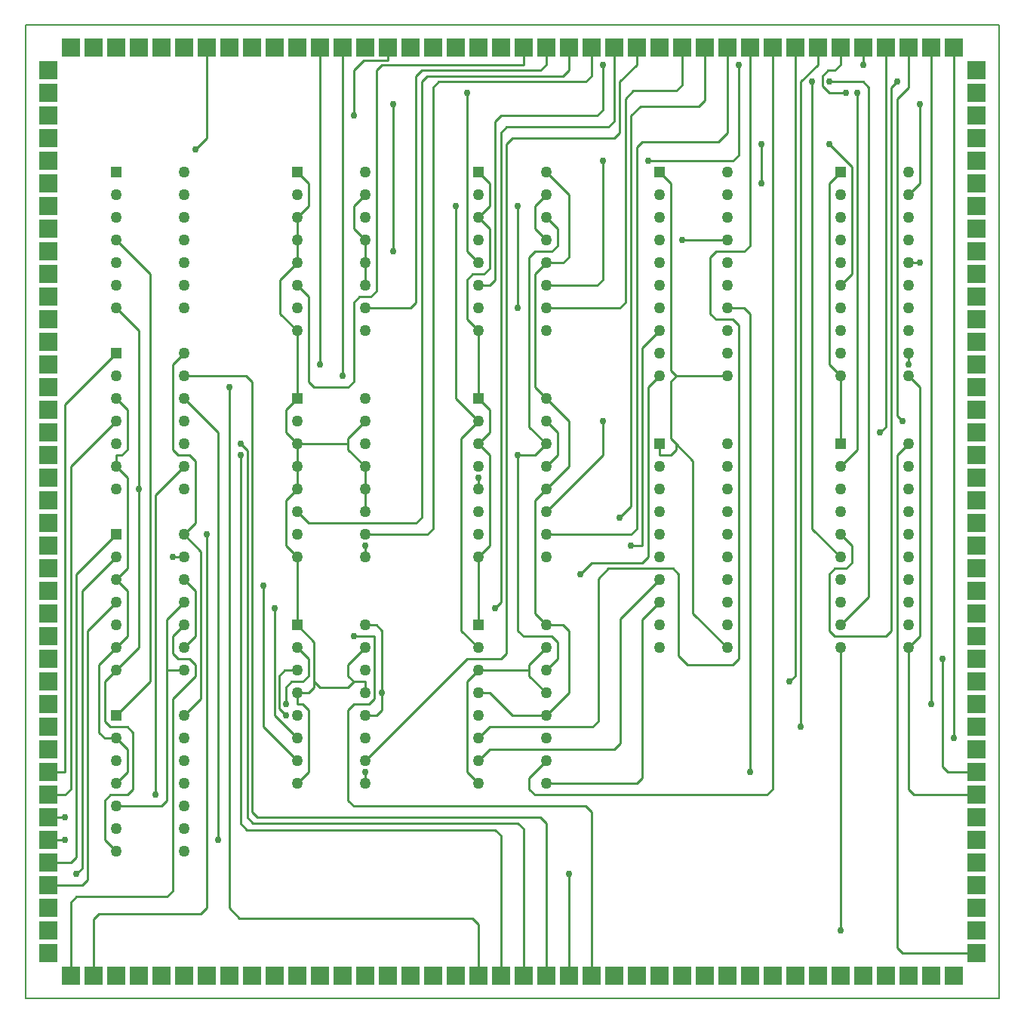
<source format=gbr>
G04 PROTEUS GERBER X2 FILE*
%TF.GenerationSoftware,Labcenter,Proteus,8.13-SP0-Build31525*%
%TF.CreationDate,2022-07-18T15:56:52+00:00*%
%TF.FileFunction,Copper,L2,Bot*%
%TF.FilePolarity,Positive*%
%TF.Part,Single*%
%TF.SameCoordinates,{834004b6-de26-4565-9fcf-6b40b17824ff}*%
%FSLAX45Y45*%
%MOMM*%
G01*
%TA.AperFunction,Conductor*%
%ADD10C,0.254000*%
%TA.AperFunction,ViaPad*%
%ADD11C,0.762000*%
%TA.AperFunction,ComponentPad*%
%ADD12R,2.032000X2.032000*%
%TA.AperFunction,ComponentPad*%
%ADD13R,1.270000X1.270000*%
%ADD14C,1.270000*%
%TA.AperFunction,Profile*%
%ADD15C,0.203200*%
%TD.AperFunction*%
D10*
X-4445000Y-1016000D02*
X-4318000Y-1143000D01*
X-4318000Y-1651000D01*
X-4445000Y-1778000D01*
X-4635500Y-1968500D01*
X-4635500Y-2730500D01*
X-4572000Y-2794000D01*
X-4445000Y-2794000D01*
X-4445000Y+1016000D02*
X-4318000Y+889000D01*
X-4318000Y+444500D01*
X-4381500Y+381000D01*
X-4445000Y+381000D01*
X-4445000Y+254000D01*
X-4445000Y-2794000D02*
X-4318000Y-2921000D01*
X-4318000Y-3175000D01*
X-4445000Y-3302000D01*
X-4445000Y+254000D02*
X-4318000Y+127000D01*
X-4318000Y-889000D01*
X-4445000Y-1016000D01*
X-4445000Y+2794000D02*
X-4064000Y+2413000D01*
X-4064000Y-2159000D01*
X-4445000Y-2540000D01*
X-3873500Y-2032000D02*
X-3873500Y-3492500D01*
X-3937000Y-3556000D01*
X-4445000Y-3556000D01*
X-3873500Y-2032000D02*
X-3873500Y-1460500D01*
X-3683000Y-1270000D01*
X-3873500Y-2032000D02*
X-3683000Y-2032000D01*
X+2794000Y+3429000D02*
X+2794000Y+3873500D01*
X+3365500Y+4572000D02*
X+3365500Y-444500D01*
X+3683000Y-762000D01*
X+3556000Y+4572000D02*
X+3937000Y+4572000D01*
X+4000500Y+4508500D01*
X+4000500Y-1206500D01*
X+3683000Y-1524000D01*
X+3556000Y+3873500D02*
X+3810000Y+3619500D01*
X+3810000Y+2413000D01*
X+3683000Y+2286000D01*
X-2159000Y+1397000D02*
X-2159000Y+4953000D01*
X-1905000Y+1270000D02*
X-1905000Y+4953000D01*
X+4445000Y+1397000D02*
X+4445000Y+1524000D01*
X-1778000Y+4191000D02*
X-1778000Y+4699000D01*
X-1663700Y+4813300D01*
X-1397000Y+4813300D01*
X-1397000Y+4953000D01*
X+4572000Y+2540000D02*
X+4445000Y+2540000D01*
X+4572000Y+4318000D02*
X+4572000Y+3429001D01*
X+4445000Y+3302000D01*
X+4445000Y+3302001D01*
X+3873500Y+4445000D02*
X+3873500Y+444500D01*
X+3683000Y+254000D01*
X+4318000Y+4572000D02*
X+4254500Y+4508500D01*
X+4254500Y-1587500D01*
X+4191000Y-1651000D01*
X+3619500Y-1651000D01*
X+3556000Y-1587500D01*
X+3556000Y-952500D01*
X+3619500Y-889000D01*
X+3746500Y-889000D01*
X+3810000Y-825500D01*
X+3810000Y-635000D01*
X+3683000Y-508000D01*
X-381000Y-3048000D02*
X-254000Y-2921000D01*
X+1143000Y-2921000D01*
X+1212640Y-2851360D01*
X+1212640Y-1454360D01*
X+1651000Y-1016000D01*
X+381000Y-3302000D02*
X+1397000Y-3302000D01*
X+1460500Y-3238500D01*
X+1460500Y-1460500D01*
X+1651000Y-1270000D01*
X+1333500Y-635000D02*
X+1460500Y-635000D01*
X+1460500Y+1587500D01*
X+1651000Y+1778000D01*
X-1651000Y-635000D02*
X-1651000Y-762000D01*
X-2794000Y-1079500D02*
X-2794000Y-2667000D01*
X-2413000Y-3048000D01*
X+2667000Y-3175000D02*
X+2667000Y+1968500D01*
X+2603500Y+2032000D01*
X+2413000Y+2032000D01*
X-1651000Y-3175000D02*
X-1651000Y-3302000D01*
X+63500Y+3175000D02*
X+63500Y+2032000D01*
X+1905000Y+2794000D02*
X+2413000Y+2794000D01*
X+127000Y+4953000D02*
X+127000Y+4762500D01*
X-1460500Y+4762500D01*
X-1524000Y+4699000D01*
X-1524000Y+2222500D01*
X-1587500Y+2159000D01*
X-1714500Y+2159000D01*
X-1778000Y+2095500D01*
X-1778000Y+1206500D01*
X-1841500Y+1143000D01*
X-2222500Y+1143000D01*
X-2286000Y+1206500D01*
X-2286000Y+2159000D01*
X-2413000Y+2286000D01*
X+2667000Y+4953000D02*
X+2667000Y+2730500D01*
X+2603500Y+2667000D01*
X+2286000Y+2667000D01*
X+2222500Y+2603500D01*
X+2222500Y+1968500D01*
X+2286000Y+1905000D01*
X+2476500Y+1905000D01*
X+2540000Y+1841500D01*
X+2540000Y-1905000D01*
X+2476500Y-1968500D01*
X+1968500Y-1968500D01*
X+1867912Y-1867912D01*
X+1867912Y-952500D01*
X+1804412Y-889000D01*
X+1079500Y-889000D01*
X+965544Y-1002956D01*
X+965544Y-2603500D01*
X+902044Y-2667000D01*
X-254000Y-2667000D01*
X-381000Y-2794000D01*
X+2921000Y+4953000D02*
X+2921000Y-3365500D01*
X+2857500Y-3429000D01*
X+254000Y-3429000D01*
X+190500Y-3365500D01*
X+190500Y-3238500D01*
X+381000Y-3048000D01*
X+381000Y+4953000D02*
X+381000Y+4762500D01*
X+317500Y+4699000D01*
X-1016000Y+4699000D01*
X-1079500Y+4635500D01*
X-1079500Y+2095500D01*
X-1143000Y+2032000D01*
X-1651000Y+2032000D01*
X+635000Y+4953000D02*
X+635000Y+4699000D01*
X+571500Y+4635500D01*
X-952500Y+4635500D01*
X-1016000Y+4572000D01*
X-1016000Y-317500D01*
X-1079500Y-381000D01*
X-2286000Y-381000D01*
X-2413000Y-254000D01*
X-1651000Y-508000D02*
X-952500Y-508000D01*
X-889000Y-444500D01*
X-889000Y+4508500D01*
X-825500Y+4572000D01*
X+825500Y+4572000D01*
X+889000Y+4635500D01*
X+889000Y+4953000D01*
X-190500Y-1333500D02*
X-127000Y-1270000D01*
X-127000Y+4000500D01*
X-63500Y+4064000D01*
X+1079500Y+4064000D01*
X+1143000Y+4127500D01*
X+1143000Y+4953000D01*
X-2667000Y-1333500D02*
X-2667000Y-2540000D01*
X-2413000Y-2794000D01*
X-1651000Y-3048000D02*
X-508000Y-1905000D01*
X-127000Y-1905000D01*
X-63500Y-1841500D01*
X-63500Y+3873500D01*
X+0Y+3937000D01*
X+1143000Y+3937000D01*
X+1206500Y+4000500D01*
X+1206500Y+4572000D01*
X+1397000Y+4762500D01*
X+1397000Y+4953000D01*
X+1016000Y+4762500D02*
X+1016000Y+4254500D01*
X+952500Y+4191000D01*
X-127000Y+4191000D01*
X-190500Y+4127500D01*
X-190500Y+2349500D01*
X-254000Y+2286000D01*
X-381000Y+2286000D01*
X+381000Y+2032000D02*
X+1206500Y+2032000D01*
X+1270000Y+2095500D01*
X+1270000Y+4381500D01*
X+1362682Y+4474182D01*
X+1841500Y+4474182D01*
X+1905000Y+4537682D01*
X+1905000Y+4953000D01*
X+1206500Y-317500D02*
X+1333500Y-190500D01*
X+1333500Y+4191000D01*
X+1440560Y+4298060D01*
X+2095500Y+4298060D01*
X+2159000Y+4361560D01*
X+2159000Y+4953000D01*
X+2413000Y+4953000D02*
X+2413000Y+4000500D01*
X+2311317Y+3898817D01*
X+1460500Y+3898817D01*
X+1397000Y+3835317D01*
X+1397000Y-444500D01*
X+1333500Y-508000D01*
X+381000Y-508000D01*
X-3683000Y-1524000D02*
X-3810000Y-1651000D01*
X-3810000Y-1841500D01*
X-3746500Y-1905000D01*
X-3619500Y-1905000D01*
X-3556000Y-1968500D01*
X-3556000Y-2095500D01*
X-3810000Y-2349500D01*
X-3810000Y-4508500D01*
X-3873500Y-4572000D01*
X-4889500Y-4572000D01*
X-4953000Y-4635500D01*
X-4953000Y-5461000D01*
X-3429000Y-508000D02*
X-3429000Y-4699000D01*
X-3492500Y-4762500D01*
X-4635500Y-4762500D01*
X-4699000Y-4826000D01*
X-4699000Y-5461000D01*
X-3810000Y-762000D02*
X-3809999Y-761999D01*
X-3683000Y-762000D01*
X-3683000Y-761999D01*
X-3175000Y+1143000D02*
X-3175000Y-4699000D01*
X-3057354Y-4816646D01*
X-444500Y-4816646D01*
X-381000Y-4880146D01*
X-381000Y-5461000D01*
X-3048000Y+381000D02*
X-3048000Y-3746500D01*
X-2974315Y-3820185D01*
X-190500Y-3820185D01*
X-127000Y-3883685D01*
X-127000Y-5461000D01*
X-3048000Y+508000D02*
X-2971800Y+431800D01*
X-2971800Y-3683000D01*
X-2908300Y-3746500D01*
X+63500Y-3746500D01*
X+127000Y-3810000D01*
X+127000Y-5461000D01*
X+381000Y-5461000D02*
X+381000Y-3746500D01*
X+317500Y-3683000D01*
X-2857500Y-3683000D01*
X-2921000Y-3619500D01*
X-2921000Y+1206500D01*
X-2984501Y+1270001D01*
X-3683000Y+1270000D01*
X-3683000Y+1270001D01*
X-4889500Y-4318000D02*
X-4826000Y-4254500D01*
X-4826000Y-1143000D01*
X-4445000Y-762000D01*
X+635000Y-4318000D02*
X+635000Y-5461000D01*
X-1778000Y-1651000D02*
X-1543050Y-1651000D01*
X-1543050Y-2349500D01*
X-1606550Y-2413000D01*
X-1778000Y-2413000D01*
X-1841500Y-2476500D01*
X-1841500Y-3492500D01*
X-1778000Y-3556000D01*
X+825500Y-3556000D01*
X+889000Y-3619500D01*
X+889000Y-5461000D01*
X+3111500Y-2159000D02*
X+3175000Y-2095500D01*
X+3175000Y+4953000D01*
X+3238500Y-2667000D02*
X+3238500Y+4572000D01*
X+3429000Y+4762500D01*
X+3429000Y+4953000D01*
X-508000Y+4445000D02*
X-508000Y+2667000D01*
X-381000Y+2540000D01*
X+3746500Y+4445000D02*
X+3556000Y+4445000D01*
X+3479800Y+4521200D01*
X+3479800Y+4635500D01*
X+3543300Y+4699000D01*
X+3619500Y+4699000D01*
X+3683000Y+4762500D01*
X+3683000Y+4953000D01*
X+1016000Y+3683000D02*
X+1016000Y+2349500D01*
X+952500Y+2286000D01*
X+381000Y+2286000D01*
X+2540000Y+4762500D02*
X+2540000Y+3746500D01*
X+2476500Y+3683000D01*
X+1524000Y+3683000D01*
X+3937000Y+4762500D02*
X+3937000Y+4953000D01*
X+4127500Y+635000D02*
X+4191000Y+698500D01*
X+4191000Y+4953000D01*
X-381000Y+127000D02*
X-381000Y+0D01*
X+1016000Y+762000D02*
X+1016000Y+381000D01*
X+381000Y-254000D01*
X+4381500Y+762000D02*
X+4318000Y+825500D01*
X+4318000Y+4381500D01*
X+4445000Y+4508500D01*
X+4445000Y+4953000D01*
X+4699000Y-2413000D02*
X+4699000Y+4953000D01*
X+4953000Y-2794000D02*
X+4953000Y+4953000D01*
X-5207000Y-3429000D02*
X-5016500Y-3429000D01*
X-4953000Y-3365500D01*
X-4953000Y+254000D01*
X-4445000Y+762000D01*
X-5207000Y-3175000D02*
X-5016500Y-3175000D01*
X-5016500Y+952500D01*
X-4445000Y+1524000D01*
X-5207000Y-4445000D02*
X-4826000Y-4445000D01*
X-4762500Y-4381500D01*
X-4762500Y-1587500D01*
X-4445000Y-1270000D01*
X-5207000Y-4191000D02*
X-4953000Y-4191000D01*
X-4889500Y-4127500D01*
X-4889500Y-952500D01*
X-4445000Y-508000D01*
X-3302000Y-3937000D02*
X-3302000Y+635001D01*
X-3683000Y+1016000D01*
X-3683000Y+1016001D01*
X-5016500Y-3937000D02*
X-5016501Y-3937001D01*
X-5206999Y-3937001D01*
X-5207000Y-3937000D01*
X-4000500Y-3429000D02*
X-4000500Y-63500D01*
X-3683000Y+254000D01*
X-5016500Y-3683000D02*
X-5207000Y-3683000D01*
X-3683000Y-1778000D02*
X-3556000Y-1651000D01*
X-3556000Y-1142999D01*
X-3683000Y-1016000D01*
X-3683000Y-1015999D01*
X+1651000Y+1270000D02*
X+1524000Y+1143000D01*
X+1524000Y-762000D01*
X+1460500Y-825500D01*
X+889000Y-825500D01*
X+762000Y-952500D01*
X-4445000Y-2032000D02*
X-4191000Y-1778000D01*
X-4191000Y+0D01*
X-4191000Y+1778000D01*
X-4445000Y+2032000D01*
X-381000Y+3048000D02*
X-254000Y+2921000D01*
X-254000Y+2476500D01*
X-317500Y+2413000D01*
X-444500Y+2413000D01*
X-508000Y+2349500D01*
X-508000Y+1905000D01*
X-381000Y+1778000D01*
X-2413000Y-2286000D02*
X-2413000Y-2413000D01*
X-2349500Y-2413000D01*
X-2286000Y-2476500D01*
X-2286000Y-3175000D01*
X-2413000Y-3302000D01*
X-1651000Y-1777999D02*
X-1651000Y-1778000D01*
X-1841500Y-1968499D01*
X-1841500Y-2095500D01*
X-1778000Y-2159000D01*
X-381000Y+1016000D02*
X-254000Y+889000D01*
X-254000Y+635000D01*
X-381000Y+508000D01*
X-381000Y+3556000D02*
X-254000Y+3429000D01*
X-254000Y+3175000D01*
X-381000Y+3048000D01*
X-1841500Y+508000D02*
X-1841500Y+571501D01*
X-1651000Y+762000D01*
X-1651000Y+762001D01*
X+381000Y-1777999D02*
X+381000Y-1778000D01*
X+190500Y-1968499D01*
X+190500Y-2032000D01*
X-1651000Y+254000D02*
X-1841500Y+444500D01*
X-1841500Y+508000D01*
X+190500Y-2032000D02*
X+190500Y-2095500D01*
X+381000Y-2286000D01*
X-1778000Y-2159000D02*
X-1651000Y-2159000D01*
X-1651000Y-2286000D01*
X-1778000Y-2159000D02*
X-1841500Y-2222500D01*
X-2159000Y-2222500D01*
X-2222500Y-2159000D01*
X-2286000Y-2286000D02*
X-2222500Y-2222500D01*
X-2222500Y-2159000D01*
X+3683000Y+1270000D02*
X+3556000Y+1397000D01*
X+3556000Y+3429000D01*
X+3683000Y+3556000D01*
X-4445000Y-2032000D02*
X-4572000Y-2159000D01*
X-4572000Y-2603500D01*
X-4508500Y-2667000D01*
X-4318000Y-2667000D01*
X-4254500Y-2730500D01*
X-4254500Y-3365500D01*
X-4318000Y-3429000D01*
X-4508500Y-3429000D01*
X-4572000Y-3492500D01*
X-4572000Y-3937000D01*
X-4445000Y-4064000D01*
X-381000Y-2032000D02*
X-508000Y-2159000D01*
X-508000Y-3175000D01*
X-381000Y-3302000D01*
X+3683000Y-1778000D02*
X+3683000Y-4953000D01*
X-2413000Y+0D02*
X-2540000Y-127000D01*
X-2540000Y-635000D01*
X-2413000Y-762000D01*
X-2413000Y-1524000D01*
X-381000Y-762000D02*
X-381000Y-1524000D01*
X-2413000Y+1778000D02*
X-2413000Y+1016000D01*
X+3683000Y+1270000D02*
X+3683000Y+508000D01*
X-381000Y+1778000D02*
X-381000Y+1016000D01*
X-2413000Y+2540000D02*
X-2603500Y+2349500D01*
X-2603500Y+1968500D01*
X-2413000Y+1778000D01*
X-2413000Y+508000D02*
X-1841500Y+508000D01*
X-381000Y-2032000D02*
X+190500Y-2032000D01*
X+381000Y+762001D02*
X+381000Y+762000D01*
X+508000Y+635001D01*
X+508000Y+381000D01*
X+381000Y+254000D01*
X+381000Y+3302001D02*
X+381000Y+3302000D01*
X+254000Y+3175001D01*
X+254000Y+2921000D01*
X+381000Y+2794000D01*
X-1651000Y+2794000D02*
X-1778000Y+2921000D01*
X-1778000Y+3175001D01*
X-1651000Y+3302000D01*
X-1651000Y+3302001D01*
X-2413000Y+1016000D02*
X-2540000Y+889000D01*
X-2540000Y+635000D01*
X-2413000Y+508000D01*
X-2413000Y+3048000D02*
X-2286000Y+3175000D01*
X-2286000Y+3429000D01*
X-2413000Y+3556000D01*
X-2413000Y-1524000D02*
X-2222500Y-1714500D01*
X-2222500Y-2159000D01*
X-1651000Y+2540000D02*
X-1651000Y+2794000D01*
X-1651000Y+2540000D02*
X-1651000Y+2286000D01*
X-2413000Y+508000D02*
X-2413000Y+254000D01*
X-2413000Y+0D01*
X-1651000Y+0D02*
X-1651000Y-254000D01*
X-2413000Y+2794000D02*
X-2413000Y+2540000D01*
X-2413000Y+3048000D02*
X-2413000Y+2794000D01*
X-1651000Y+0D02*
X-1651000Y+254000D01*
X-381000Y+508000D02*
X-254000Y+381000D01*
X-254000Y-635000D01*
X-381000Y-762000D01*
X-2413000Y-2286000D02*
X-2286000Y-2286000D01*
X+1841500Y+508000D02*
X+2030828Y+318672D01*
X+2030828Y-1395828D01*
X+2413000Y-1778000D01*
X+1651000Y+3556000D02*
X+1778000Y+3429000D01*
X+1778000Y+1333500D01*
X+1841500Y+1270000D01*
X-3556000Y+3810000D02*
X-3429000Y+3937000D01*
X-3429000Y+4953000D01*
X+1841500Y+1270000D02*
X+1778000Y+1206500D01*
X+1778000Y+571500D01*
X+1841500Y+508000D01*
X+1841500Y+1270000D02*
X+2413000Y+1270000D01*
X+1841500Y+508000D02*
X+1841500Y+444500D01*
X+1778000Y+381000D01*
X+1651000Y+381000D01*
X+1651000Y+508000D01*
X-1333500Y+2667000D02*
X-1333500Y+4318000D01*
X+4445000Y-1778000D02*
X+4445000Y-3365500D01*
X+4508500Y-3429000D01*
X+5207000Y-3429000D01*
X+4445000Y+1270000D02*
X+4572000Y+1143000D01*
X+4572000Y-1651000D01*
X+4445000Y-1778000D01*
X+381000Y-2031999D02*
X+381000Y-2032000D01*
X+508000Y-1904999D01*
X+508000Y-1714500D01*
X+444500Y-1651000D01*
X+127000Y-1651000D01*
X+63500Y-1587500D01*
X+63500Y+381000D01*
X+381000Y+508000D02*
X+253999Y+381000D01*
X+63500Y+381000D01*
X+381000Y+3048001D02*
X+381000Y+3048000D01*
X+508000Y+2921001D01*
X+508000Y+2730500D01*
X+444500Y+2667000D01*
X+254000Y+2667000D01*
X+190500Y+2603500D01*
X+190500Y+698501D01*
X+381000Y+508000D01*
X+381000Y+508001D01*
X-381000Y+762000D02*
X-635000Y+1016000D01*
X-635000Y+3175000D01*
X+4826000Y-1905000D02*
X+4826000Y-3111500D01*
X+4889500Y-3175000D01*
X+5207000Y-3175000D01*
X-381000Y+762000D02*
X-571500Y+571500D01*
X-571500Y-1587500D01*
X-381000Y-1778000D01*
X-2413000Y-1778000D02*
X-2286000Y-1905000D01*
X-2286000Y-2095500D01*
X-2349500Y-2159000D01*
X-2476500Y-2159000D01*
X-2540000Y-2222500D01*
X-2540000Y-2413000D01*
X+4445000Y+508000D02*
X+4318000Y+381000D01*
X+4318000Y-5143500D01*
X+4381500Y-5207000D01*
X+5207000Y-5207000D01*
X-381000Y-2286000D02*
X-254000Y-2286000D01*
X+0Y-2540000D01*
X+381000Y-2540000D01*
X-1460500Y-2286000D02*
X-1460500Y-1587500D01*
X-1524000Y-1524000D01*
X-1651000Y-1524000D01*
X-2540000Y-2540000D02*
X-2616200Y-2463800D01*
X-2616200Y-2095500D01*
X-2552700Y-2032000D01*
X-2413000Y-2032000D01*
X-1651000Y-2540000D02*
X-1524000Y-2540000D01*
X-1460500Y-2476500D01*
X-1460500Y-2286000D01*
X-3683000Y-508000D02*
X-3556000Y-381000D01*
X-3556000Y+317500D01*
X-3619500Y+381000D01*
X-3746500Y+381000D01*
X-3810000Y+444500D01*
X-3810000Y+1397000D01*
X-3683000Y+1524000D01*
X-3683000Y-508000D02*
X-3492500Y-698500D01*
X-3492500Y-2349500D01*
X-3683000Y-2540000D01*
X+381000Y+0D02*
X+254000Y-127000D01*
X+254000Y-1397000D01*
X+381000Y-1524000D01*
X+381000Y+2540000D02*
X+254000Y+2413000D01*
X+254000Y+1143000D01*
X+381000Y+1016000D01*
X+381000Y+2540000D02*
X+571500Y+2540000D01*
X+635000Y+2603500D01*
X+635000Y+3302000D01*
X+381000Y+3556000D01*
X+381000Y-2540000D02*
X+635000Y-2286000D01*
X+635000Y-1587500D01*
X+571500Y-1524000D01*
X+381000Y-1524000D01*
X+381000Y+0D02*
X+635000Y+254000D01*
X+635000Y+762000D01*
X+381000Y+1016000D01*
D11*
X+2794000Y+3873500D03*
X+2794000Y+3429000D03*
X+3365500Y+4572000D03*
X+3556000Y+4572000D03*
X+3556000Y+3873500D03*
X-2159000Y+1397000D03*
X-1905000Y+1270000D03*
X+4445000Y+1397000D03*
X-1778000Y+4191000D03*
X+4572000Y+2540000D03*
X+4572000Y+4318000D03*
X+3873500Y+4445000D03*
X+4318000Y+4572000D03*
X+1333500Y-635000D03*
X-1651000Y-635000D03*
X-2794000Y-1079500D03*
X+2667000Y-3175000D03*
X-1651000Y-3175000D03*
X+63500Y+2032000D03*
X+63500Y+3175000D03*
X+1905000Y+2794000D03*
X-190500Y-1333500D03*
X-2667000Y-1333500D03*
X+1016000Y+4762500D03*
X+1206500Y-317500D03*
X-3429000Y-508000D03*
X-3810000Y-762000D03*
X-3175000Y+1143000D03*
X-3048000Y+381000D03*
X-3048000Y+508000D03*
X-4889500Y-4318000D03*
X+635000Y-4318000D03*
X-1778000Y-1651000D03*
X+3111500Y-2159000D03*
X+3238500Y-2667000D03*
X-508000Y+4445000D03*
X+3746500Y+4445000D03*
X+1016000Y+3683000D03*
X+1524000Y+3683000D03*
X+2540000Y+4762500D03*
X+3937000Y+4762500D03*
X+4127500Y+635000D03*
X-381000Y+127000D03*
X+1016000Y+762000D03*
X+4381500Y+762000D03*
X+4699000Y-2413000D03*
X+4953000Y-2794000D03*
X-3302000Y-3937000D03*
X-5016500Y-3937000D03*
X-4000500Y-3429000D03*
X-5016500Y-3683000D03*
X+3683000Y-4953000D03*
X+762000Y-952500D03*
X-4191000Y+0D03*
X-3556000Y+3810000D03*
X-1333500Y+4318000D03*
X-1333500Y+2667000D03*
X+63500Y+381000D03*
X+4826000Y-1905000D03*
X-2540000Y-2413000D03*
X-635000Y+3175000D03*
X-2540000Y-2540000D03*
X-1460500Y-2286000D03*
D12*
X-2921000Y+4953000D03*
X-2667000Y+4953000D03*
X-2413000Y+4953000D03*
X-2159000Y+4953000D03*
X-1905000Y+4953000D03*
X-1651000Y+4953000D03*
X-1397000Y+4953000D03*
X-1143000Y+4953000D03*
X-889000Y+4953000D03*
X-635000Y+4953000D03*
X-381000Y+4953000D03*
X-127000Y+4953000D03*
X+127000Y+4953000D03*
X+381000Y+4953000D03*
X+635000Y+4953000D03*
X+889000Y+4953000D03*
X+1143000Y+4953000D03*
X+1397000Y+4953000D03*
X+1651000Y+4953000D03*
X+1905000Y+4953000D03*
X+2159000Y+4953000D03*
X+2413000Y+4953000D03*
X+2667000Y+4953000D03*
X+2921000Y+4953000D03*
X+3175000Y+4953000D03*
X+3429000Y+4953000D03*
X+3683000Y+4953000D03*
X+3937000Y+4953000D03*
X+4191000Y+4953000D03*
X+4445000Y+4953000D03*
X+4699000Y+4953000D03*
X+4953000Y+4953000D03*
X-4953000Y+4953000D03*
X-4699000Y+4953000D03*
X-4445000Y+4953000D03*
X-4191000Y+4953000D03*
X-3937000Y+4953000D03*
X-3683000Y+4953000D03*
X-3429000Y+4953000D03*
X-3175000Y+4953000D03*
X-4953000Y-5461000D03*
X-4699000Y-5461000D03*
X-4445000Y-5461000D03*
X-4191000Y-5461000D03*
X-3937000Y-5461000D03*
X-3683000Y-5461000D03*
X-3429000Y-5461000D03*
X-3175000Y-5461000D03*
X-2921000Y-5461000D03*
X-2667000Y-5461000D03*
X-2413000Y-5461000D03*
X-2159000Y-5461000D03*
X-1905000Y-5461000D03*
X-1651000Y-5461000D03*
X-1397000Y-5461000D03*
X-1143000Y-5461000D03*
X-889000Y-5461000D03*
X-635000Y-5461000D03*
X-381000Y-5461000D03*
X-127000Y-5461000D03*
X+127000Y-5461000D03*
X+381000Y-5461000D03*
X+635000Y-5461000D03*
X+889000Y-5461000D03*
X+1143000Y-5461000D03*
X+1397000Y-5461000D03*
X+1651000Y-5461000D03*
X+1905000Y-5461000D03*
X+2159000Y-5461000D03*
X+2413000Y-5461000D03*
X+2667000Y-5461000D03*
X+2921000Y-5461000D03*
X+3175000Y-5461000D03*
X+3429000Y-5461000D03*
X+3683000Y-5461000D03*
X+3937000Y-5461000D03*
X+4191000Y-5461000D03*
X+4445000Y-5461000D03*
X+4699000Y-5461000D03*
X+4953000Y-5461000D03*
X-5207000Y+4699000D03*
X-5207000Y+4445000D03*
X-5207000Y+4191000D03*
X-5207000Y+3937000D03*
X-5207000Y+3683000D03*
X-5207000Y+3429000D03*
X-5207000Y+3175000D03*
X-5207000Y+2921000D03*
X-5207000Y+2667000D03*
X-5207000Y+2413000D03*
X-5207000Y+2159000D03*
X-5207000Y+1905000D03*
X-5207000Y+1651000D03*
X-5207000Y+1397000D03*
X-5207000Y+1143000D03*
X-5207000Y+889000D03*
X-5207000Y+635000D03*
X-5207000Y+381000D03*
X-5207000Y+127000D03*
X-5207000Y-127000D03*
X-5207000Y-381000D03*
X-5207000Y-635000D03*
X-5207000Y-889000D03*
X-5207000Y-1143000D03*
X-5207000Y-1397000D03*
X-5207000Y-1651000D03*
X-5207000Y-1905000D03*
X-5207000Y-2159000D03*
X-5207000Y-2413000D03*
X-5207000Y-2667000D03*
X-5207000Y-2921000D03*
X-5207000Y-3175000D03*
X-5207000Y-3429000D03*
X-5207000Y-3683000D03*
X-5207000Y-3937000D03*
X-5207000Y-4191000D03*
X-5207000Y-4445000D03*
X-5207000Y-4699000D03*
X-5207000Y-4953000D03*
X-5207000Y-5207000D03*
X+5207000Y+4699000D03*
X+5207000Y+4445000D03*
X+5207000Y+4191000D03*
X+5207000Y+3937000D03*
X+5207000Y+3683000D03*
X+5207000Y+3429000D03*
X+5207000Y+3175000D03*
X+5207000Y+2921000D03*
X+5207000Y+2667000D03*
X+5207000Y+2413000D03*
X+5207000Y+2159000D03*
X+5207000Y+1905000D03*
X+5207000Y+1651000D03*
X+5207000Y+1397000D03*
X+5207000Y+1143000D03*
X+5207000Y+889000D03*
X+5207000Y+635000D03*
X+5207000Y+381000D03*
X+5207000Y+127000D03*
X+5207000Y-127000D03*
X+5207000Y-381000D03*
X+5207000Y-635000D03*
X+5207000Y-889000D03*
X+5207000Y-1143000D03*
X+5207000Y-1397000D03*
X+5207000Y-1651000D03*
X+5207000Y-1905000D03*
X+5207000Y-2159000D03*
X+5207000Y-2413000D03*
X+5207000Y-2667000D03*
X+5207000Y-2921000D03*
X+5207000Y-3175000D03*
X+5207000Y-3429000D03*
X+5207000Y-3683000D03*
X+5207000Y-3937000D03*
X+5207000Y-4191000D03*
X+5207000Y-4445000D03*
X+5207000Y-4699000D03*
X+5207000Y-4953000D03*
X+5207000Y-5207000D03*
D13*
X-4445000Y+3556000D03*
D14*
X-4445000Y+3302000D03*
X-4445000Y+3048000D03*
X-4445000Y+2794000D03*
X-4445000Y+2540000D03*
X-4445000Y+2286000D03*
X-4445000Y+2032000D03*
X-3683000Y+2032000D03*
X-3683000Y+2286000D03*
X-3683000Y+2540000D03*
X-3683000Y+2794000D03*
X-3683000Y+3048000D03*
X-3683000Y+3302000D03*
X-3683000Y+3556000D03*
D13*
X-4445000Y+1524000D03*
D14*
X-4445000Y+1270000D03*
X-4445000Y+1016000D03*
X-4445000Y+762000D03*
X-4445000Y+508000D03*
X-4445000Y+254000D03*
X-4445000Y+0D03*
X-3683000Y+0D03*
X-3683000Y+254000D03*
X-3683000Y+508000D03*
X-3683000Y+762000D03*
X-3683000Y+1016000D03*
X-3683000Y+1270000D03*
X-3683000Y+1524000D03*
D13*
X-4445000Y-508000D03*
D14*
X-4445000Y-762000D03*
X-4445000Y-1016000D03*
X-4445000Y-1270000D03*
X-4445000Y-1524000D03*
X-4445000Y-1778000D03*
X-4445000Y-2032000D03*
X-3683000Y-2032000D03*
X-3683000Y-1778000D03*
X-3683000Y-1524000D03*
X-3683000Y-1270000D03*
X-3683000Y-1016000D03*
X-3683000Y-762000D03*
X-3683000Y-508000D03*
D13*
X-4445000Y-2540000D03*
D14*
X-4445000Y-2794000D03*
X-4445000Y-3048000D03*
X-4445000Y-3302000D03*
X-4445000Y-3556000D03*
X-4445000Y-3810000D03*
X-4445000Y-4064000D03*
X-3683000Y-4064000D03*
X-3683000Y-3810000D03*
X-3683000Y-3556000D03*
X-3683000Y-3302000D03*
X-3683000Y-3048000D03*
X-3683000Y-2794000D03*
X-3683000Y-2540000D03*
D13*
X-2413000Y+3556000D03*
D14*
X-2413000Y+3302000D03*
X-2413000Y+3048000D03*
X-2413000Y+2794000D03*
X-2413000Y+2540000D03*
X-2413000Y+2286000D03*
X-2413000Y+2032000D03*
X-2413000Y+1778000D03*
X-1651000Y+1778000D03*
X-1651000Y+2032000D03*
X-1651000Y+2286000D03*
X-1651000Y+2540000D03*
X-1651000Y+2794000D03*
X-1651000Y+3048000D03*
X-1651000Y+3302000D03*
X-1651000Y+3556000D03*
D13*
X-2413000Y+1016000D03*
D14*
X-2413000Y+762000D03*
X-2413000Y+508000D03*
X-2413000Y+254000D03*
X-2413000Y+0D03*
X-2413000Y-254000D03*
X-2413000Y-508000D03*
X-2413000Y-762000D03*
X-1651000Y-762000D03*
X-1651000Y-508000D03*
X-1651000Y-254000D03*
X-1651000Y+0D03*
X-1651000Y+254000D03*
X-1651000Y+508000D03*
X-1651000Y+762000D03*
X-1651000Y+1016000D03*
D13*
X-2413000Y-1524000D03*
D14*
X-2413000Y-1778000D03*
X-2413000Y-2032000D03*
X-2413000Y-2286000D03*
X-2413000Y-2540000D03*
X-2413000Y-2794000D03*
X-2413000Y-3048000D03*
X-2413000Y-3302000D03*
X-1651000Y-3302000D03*
X-1651000Y-3048000D03*
X-1651000Y-2794000D03*
X-1651000Y-2540000D03*
X-1651000Y-2286000D03*
X-1651000Y-2032000D03*
X-1651000Y-1778000D03*
X-1651000Y-1524000D03*
D13*
X-381000Y+3556000D03*
D14*
X-381000Y+3302000D03*
X-381000Y+3048000D03*
X-381000Y+2794000D03*
X-381000Y+2540000D03*
X-381000Y+2286000D03*
X-381000Y+2032000D03*
X-381000Y+1778000D03*
X+381000Y+1778000D03*
X+381000Y+2032000D03*
X+381000Y+2286000D03*
X+381000Y+2540000D03*
X+381000Y+2794000D03*
X+381000Y+3048000D03*
X+381000Y+3302000D03*
X+381000Y+3556000D03*
D13*
X-381000Y+1016000D03*
D14*
X-381000Y+762000D03*
X-381000Y+508000D03*
X-381000Y+254000D03*
X-381000Y+0D03*
X-381000Y-254000D03*
X-381000Y-508000D03*
X-381000Y-762000D03*
X+381000Y-762000D03*
X+381000Y-508000D03*
X+381000Y-254000D03*
X+381000Y+0D03*
X+381000Y+254000D03*
X+381000Y+508000D03*
X+381000Y+762000D03*
X+381000Y+1016000D03*
D13*
X-381000Y-1524000D03*
D14*
X-381000Y-1778000D03*
X-381000Y-2032000D03*
X-381000Y-2286000D03*
X-381000Y-2540000D03*
X-381000Y-2794000D03*
X-381000Y-3048000D03*
X-381000Y-3302000D03*
X+381000Y-3302000D03*
X+381000Y-3048000D03*
X+381000Y-2794000D03*
X+381000Y-2540000D03*
X+381000Y-2286000D03*
X+381000Y-2032000D03*
X+381000Y-1778000D03*
X+381000Y-1524000D03*
D13*
X+1651000Y+3556000D03*
D14*
X+1651000Y+3302000D03*
X+1651000Y+3048000D03*
X+1651000Y+2794000D03*
X+1651000Y+2540000D03*
X+1651000Y+2286000D03*
X+1651000Y+2032000D03*
X+1651000Y+1778000D03*
X+1651000Y+1524000D03*
X+1651000Y+1270000D03*
X+2413000Y+1270000D03*
X+2413000Y+1524000D03*
X+2413000Y+1778000D03*
X+2413000Y+2032000D03*
X+2413000Y+2286000D03*
X+2413000Y+2540000D03*
X+2413000Y+2794000D03*
X+2413000Y+3048000D03*
X+2413000Y+3302000D03*
X+2413000Y+3556000D03*
D13*
X+1651000Y+508000D03*
D14*
X+1651000Y+254000D03*
X+1651000Y+0D03*
X+1651000Y-254000D03*
X+1651000Y-508000D03*
X+1651000Y-762000D03*
X+1651000Y-1016000D03*
X+1651000Y-1270000D03*
X+1651000Y-1524000D03*
X+1651000Y-1778000D03*
X+2413000Y-1778000D03*
X+2413000Y-1524000D03*
X+2413000Y-1270000D03*
X+2413000Y-1016000D03*
X+2413000Y-762000D03*
X+2413000Y-508000D03*
X+2413000Y-254000D03*
X+2413000Y+0D03*
X+2413000Y+254000D03*
X+2413000Y+508000D03*
D13*
X+3683000Y+3556000D03*
D14*
X+3683000Y+3302000D03*
X+3683000Y+3048000D03*
X+3683000Y+2794000D03*
X+3683000Y+2540000D03*
X+3683000Y+2286000D03*
X+3683000Y+2032000D03*
X+3683000Y+1778000D03*
X+3683000Y+1524000D03*
X+3683000Y+1270000D03*
X+4445000Y+1270000D03*
X+4445000Y+1524000D03*
X+4445000Y+1778000D03*
X+4445000Y+2032000D03*
X+4445000Y+2286000D03*
X+4445000Y+2540000D03*
X+4445000Y+2794000D03*
X+4445000Y+3048000D03*
X+4445000Y+3302000D03*
X+4445000Y+3556000D03*
D13*
X+3683000Y+508000D03*
D14*
X+3683000Y+254000D03*
X+3683000Y+0D03*
X+3683000Y-254000D03*
X+3683000Y-508000D03*
X+3683000Y-762000D03*
X+3683000Y-1016000D03*
X+3683000Y-1270000D03*
X+3683000Y-1524000D03*
X+3683000Y-1778000D03*
X+4445000Y-1778000D03*
X+4445000Y-1524000D03*
X+4445000Y-1270000D03*
X+4445000Y-1016000D03*
X+4445000Y-762000D03*
X+4445000Y-508000D03*
X+4445000Y-254000D03*
X+4445000Y+0D03*
X+4445000Y+254000D03*
X+4445000Y+508000D03*
D15*
X-5461000Y-5715000D02*
X+5461000Y-5715000D01*
X+5461000Y+5207000D01*
X-5461000Y+5207000D01*
X-5461000Y-5715000D01*
M02*

</source>
